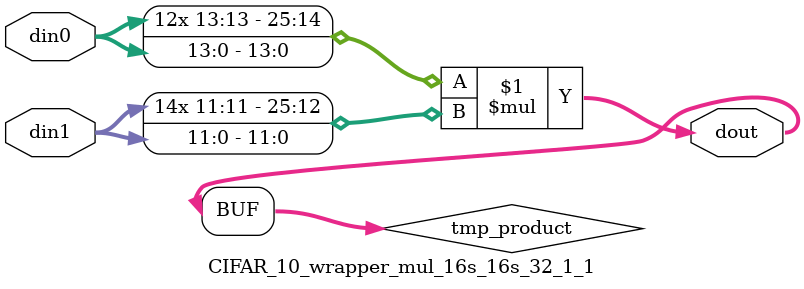
<source format=v>

`timescale 1 ns / 1 ps

  module CIFAR_10_wrapper_mul_16s_16s_32_1_1(din0, din1, dout);
parameter ID = 1;
parameter NUM_STAGE = 0;
parameter din0_WIDTH = 14;
parameter din1_WIDTH = 12;
parameter dout_WIDTH = 26;

input [din0_WIDTH - 1 : 0] din0; 
input [din1_WIDTH - 1 : 0] din1; 
output [dout_WIDTH - 1 : 0] dout;

wire signed [dout_WIDTH - 1 : 0] tmp_product;













assign tmp_product = $signed(din0) * $signed(din1);








assign dout = tmp_product;







endmodule

</source>
